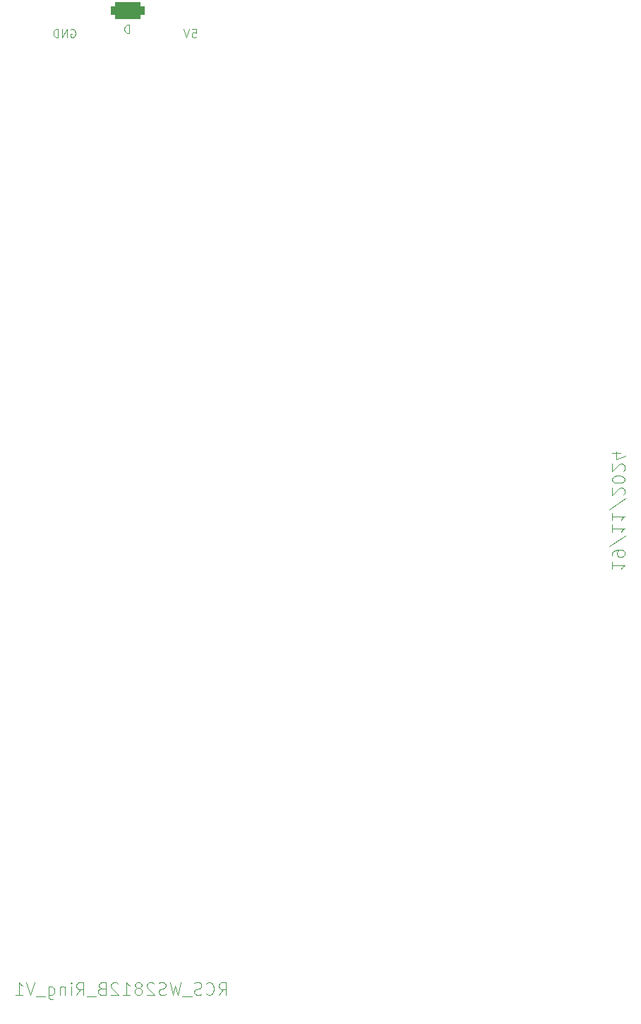
<source format=gbo>
G04 #@! TF.GenerationSoftware,KiCad,Pcbnew,8.0.4*
G04 #@! TF.CreationDate,2024-11-19T03:08:21+11:00*
G04 #@! TF.ProjectId,RCS_WS2812B_Ring,5243535f-5753-4323-9831-32425f52696e,rev?*
G04 #@! TF.SameCoordinates,Original*
G04 #@! TF.FileFunction,Legend,Bot*
G04 #@! TF.FilePolarity,Positive*
%FSLAX46Y46*%
G04 Gerber Fmt 4.6, Leading zero omitted, Abs format (unit mm)*
G04 Created by KiCad (PCBNEW 8.0.4) date 2024-11-19 03:08:21*
%MOMM*%
%LPD*%
G01*
G04 APERTURE LIST*
G04 Aperture macros list*
%AMRoundRect*
0 Rectangle with rounded corners*
0 $1 Rounding radius*
0 $2 $3 $4 $5 $6 $7 $8 $9 X,Y pos of 4 corners*
0 Add a 4 corners polygon primitive as box body*
4,1,4,$2,$3,$4,$5,$6,$7,$8,$9,$2,$3,0*
0 Add four circle primitives for the rounded corners*
1,1,$1+$1,$2,$3*
1,1,$1+$1,$4,$5*
1,1,$1+$1,$6,$7*
1,1,$1+$1,$8,$9*
0 Add four rect primitives between the rounded corners*
20,1,$1+$1,$2,$3,$4,$5,0*
20,1,$1+$1,$4,$5,$6,$7,0*
20,1,$1+$1,$6,$7,$8,$9,0*
20,1,$1+$1,$8,$9,$2,$3,0*%
G04 Aperture macros list end*
%ADD10C,0.100000*%
%ADD11C,2.200000*%
%ADD12RoundRect,0.500000X-1.500000X0.500000X-1.500000X-0.500000X1.500000X-0.500000X1.500000X0.500000X0*%
%ADD13RoundRect,0.500000X-1.421904X0.691512X-1.552430X-0.299933X1.421904X-0.691512X1.552430X0.299933X0*%
%ADD14RoundRect,0.500000X-1.552430X0.299933X-1.421904X-0.691512X1.552430X-0.299933X1.421904X0.691512X0*%
G04 APERTURE END LIST*
D10*
X58088771Y-6991353D02*
X58088771Y-7848496D01*
X58088771Y-7419925D02*
X59588771Y-7419925D01*
X59588771Y-7419925D02*
X59374485Y-7562782D01*
X59374485Y-7562782D02*
X59231628Y-7705639D01*
X59231628Y-7705639D02*
X59160200Y-7848496D01*
X58088771Y-6277068D02*
X58088771Y-5991354D01*
X58088771Y-5991354D02*
X58160200Y-5848497D01*
X58160200Y-5848497D02*
X58231628Y-5777068D01*
X58231628Y-5777068D02*
X58445914Y-5634211D01*
X58445914Y-5634211D02*
X58731628Y-5562782D01*
X58731628Y-5562782D02*
X59303057Y-5562782D01*
X59303057Y-5562782D02*
X59445914Y-5634211D01*
X59445914Y-5634211D02*
X59517342Y-5705640D01*
X59517342Y-5705640D02*
X59588771Y-5848497D01*
X59588771Y-5848497D02*
X59588771Y-6134211D01*
X59588771Y-6134211D02*
X59517342Y-6277068D01*
X59517342Y-6277068D02*
X59445914Y-6348497D01*
X59445914Y-6348497D02*
X59303057Y-6419925D01*
X59303057Y-6419925D02*
X58945914Y-6419925D01*
X58945914Y-6419925D02*
X58803057Y-6348497D01*
X58803057Y-6348497D02*
X58731628Y-6277068D01*
X58731628Y-6277068D02*
X58660200Y-6134211D01*
X58660200Y-6134211D02*
X58660200Y-5848497D01*
X58660200Y-5848497D02*
X58731628Y-5705640D01*
X58731628Y-5705640D02*
X58803057Y-5634211D01*
X58803057Y-5634211D02*
X58945914Y-5562782D01*
X59660200Y-3848497D02*
X57731628Y-5134211D01*
X58088771Y-2562782D02*
X58088771Y-3419925D01*
X58088771Y-2991354D02*
X59588771Y-2991354D01*
X59588771Y-2991354D02*
X59374485Y-3134211D01*
X59374485Y-3134211D02*
X59231628Y-3277068D01*
X59231628Y-3277068D02*
X59160200Y-3419925D01*
X58088771Y-1134211D02*
X58088771Y-1991354D01*
X58088771Y-1562783D02*
X59588771Y-1562783D01*
X59588771Y-1562783D02*
X59374485Y-1705640D01*
X59374485Y-1705640D02*
X59231628Y-1848497D01*
X59231628Y-1848497D02*
X59160200Y-1991354D01*
X59660200Y580073D02*
X57731628Y-705640D01*
X59445914Y1008645D02*
X59517342Y1080073D01*
X59517342Y1080073D02*
X59588771Y1222931D01*
X59588771Y1222931D02*
X59588771Y1580073D01*
X59588771Y1580073D02*
X59517342Y1722931D01*
X59517342Y1722931D02*
X59445914Y1794359D01*
X59445914Y1794359D02*
X59303057Y1865788D01*
X59303057Y1865788D02*
X59160200Y1865788D01*
X59160200Y1865788D02*
X58945914Y1794359D01*
X58945914Y1794359D02*
X58088771Y937216D01*
X58088771Y937216D02*
X58088771Y1865788D01*
X59588771Y2794359D02*
X59588771Y2937216D01*
X59588771Y2937216D02*
X59517342Y3080073D01*
X59517342Y3080073D02*
X59445914Y3151502D01*
X59445914Y3151502D02*
X59303057Y3222930D01*
X59303057Y3222930D02*
X59017342Y3294359D01*
X59017342Y3294359D02*
X58660200Y3294359D01*
X58660200Y3294359D02*
X58374485Y3222930D01*
X58374485Y3222930D02*
X58231628Y3151502D01*
X58231628Y3151502D02*
X58160200Y3080073D01*
X58160200Y3080073D02*
X58088771Y2937216D01*
X58088771Y2937216D02*
X58088771Y2794359D01*
X58088771Y2794359D02*
X58160200Y2651502D01*
X58160200Y2651502D02*
X58231628Y2580073D01*
X58231628Y2580073D02*
X58374485Y2508644D01*
X58374485Y2508644D02*
X58660200Y2437216D01*
X58660200Y2437216D02*
X59017342Y2437216D01*
X59017342Y2437216D02*
X59303057Y2508644D01*
X59303057Y2508644D02*
X59445914Y2580073D01*
X59445914Y2580073D02*
X59517342Y2651502D01*
X59517342Y2651502D02*
X59588771Y2794359D01*
X59445914Y3865787D02*
X59517342Y3937215D01*
X59517342Y3937215D02*
X59588771Y4080073D01*
X59588771Y4080073D02*
X59588771Y4437215D01*
X59588771Y4437215D02*
X59517342Y4580073D01*
X59517342Y4580073D02*
X59445914Y4651501D01*
X59445914Y4651501D02*
X59303057Y4722930D01*
X59303057Y4722930D02*
X59160200Y4722930D01*
X59160200Y4722930D02*
X58945914Y4651501D01*
X58945914Y4651501D02*
X58088771Y3794358D01*
X58088771Y3794358D02*
X58088771Y4722930D01*
X59088771Y6008644D02*
X58088771Y6008644D01*
X59660200Y5651501D02*
X58588771Y5294358D01*
X58588771Y5294358D02*
X58588771Y6222929D01*
X10919925Y-58911228D02*
X11419925Y-58196942D01*
X11777068Y-58911228D02*
X11777068Y-57411228D01*
X11777068Y-57411228D02*
X11205639Y-57411228D01*
X11205639Y-57411228D02*
X11062782Y-57482657D01*
X11062782Y-57482657D02*
X10991353Y-57554085D01*
X10991353Y-57554085D02*
X10919925Y-57696942D01*
X10919925Y-57696942D02*
X10919925Y-57911228D01*
X10919925Y-57911228D02*
X10991353Y-58054085D01*
X10991353Y-58054085D02*
X11062782Y-58125514D01*
X11062782Y-58125514D02*
X11205639Y-58196942D01*
X11205639Y-58196942D02*
X11777068Y-58196942D01*
X9419925Y-58768371D02*
X9491353Y-58839800D01*
X9491353Y-58839800D02*
X9705639Y-58911228D01*
X9705639Y-58911228D02*
X9848496Y-58911228D01*
X9848496Y-58911228D02*
X10062782Y-58839800D01*
X10062782Y-58839800D02*
X10205639Y-58696942D01*
X10205639Y-58696942D02*
X10277068Y-58554085D01*
X10277068Y-58554085D02*
X10348496Y-58268371D01*
X10348496Y-58268371D02*
X10348496Y-58054085D01*
X10348496Y-58054085D02*
X10277068Y-57768371D01*
X10277068Y-57768371D02*
X10205639Y-57625514D01*
X10205639Y-57625514D02*
X10062782Y-57482657D01*
X10062782Y-57482657D02*
X9848496Y-57411228D01*
X9848496Y-57411228D02*
X9705639Y-57411228D01*
X9705639Y-57411228D02*
X9491353Y-57482657D01*
X9491353Y-57482657D02*
X9419925Y-57554085D01*
X8848496Y-58839800D02*
X8634211Y-58911228D01*
X8634211Y-58911228D02*
X8277068Y-58911228D01*
X8277068Y-58911228D02*
X8134211Y-58839800D01*
X8134211Y-58839800D02*
X8062782Y-58768371D01*
X8062782Y-58768371D02*
X7991353Y-58625514D01*
X7991353Y-58625514D02*
X7991353Y-58482657D01*
X7991353Y-58482657D02*
X8062782Y-58339800D01*
X8062782Y-58339800D02*
X8134211Y-58268371D01*
X8134211Y-58268371D02*
X8277068Y-58196942D01*
X8277068Y-58196942D02*
X8562782Y-58125514D01*
X8562782Y-58125514D02*
X8705639Y-58054085D01*
X8705639Y-58054085D02*
X8777068Y-57982657D01*
X8777068Y-57982657D02*
X8848496Y-57839800D01*
X8848496Y-57839800D02*
X8848496Y-57696942D01*
X8848496Y-57696942D02*
X8777068Y-57554085D01*
X8777068Y-57554085D02*
X8705639Y-57482657D01*
X8705639Y-57482657D02*
X8562782Y-57411228D01*
X8562782Y-57411228D02*
X8205639Y-57411228D01*
X8205639Y-57411228D02*
X7991353Y-57482657D01*
X7705640Y-59054085D02*
X6562782Y-59054085D01*
X6348497Y-57411228D02*
X5991354Y-58911228D01*
X5991354Y-58911228D02*
X5705640Y-57839800D01*
X5705640Y-57839800D02*
X5419925Y-58911228D01*
X5419925Y-58911228D02*
X5062783Y-57411228D01*
X4562782Y-58839800D02*
X4348497Y-58911228D01*
X4348497Y-58911228D02*
X3991354Y-58911228D01*
X3991354Y-58911228D02*
X3848497Y-58839800D01*
X3848497Y-58839800D02*
X3777068Y-58768371D01*
X3777068Y-58768371D02*
X3705639Y-58625514D01*
X3705639Y-58625514D02*
X3705639Y-58482657D01*
X3705639Y-58482657D02*
X3777068Y-58339800D01*
X3777068Y-58339800D02*
X3848497Y-58268371D01*
X3848497Y-58268371D02*
X3991354Y-58196942D01*
X3991354Y-58196942D02*
X4277068Y-58125514D01*
X4277068Y-58125514D02*
X4419925Y-58054085D01*
X4419925Y-58054085D02*
X4491354Y-57982657D01*
X4491354Y-57982657D02*
X4562782Y-57839800D01*
X4562782Y-57839800D02*
X4562782Y-57696942D01*
X4562782Y-57696942D02*
X4491354Y-57554085D01*
X4491354Y-57554085D02*
X4419925Y-57482657D01*
X4419925Y-57482657D02*
X4277068Y-57411228D01*
X4277068Y-57411228D02*
X3919925Y-57411228D01*
X3919925Y-57411228D02*
X3705639Y-57482657D01*
X3134211Y-57554085D02*
X3062783Y-57482657D01*
X3062783Y-57482657D02*
X2919926Y-57411228D01*
X2919926Y-57411228D02*
X2562783Y-57411228D01*
X2562783Y-57411228D02*
X2419926Y-57482657D01*
X2419926Y-57482657D02*
X2348497Y-57554085D01*
X2348497Y-57554085D02*
X2277068Y-57696942D01*
X2277068Y-57696942D02*
X2277068Y-57839800D01*
X2277068Y-57839800D02*
X2348497Y-58054085D01*
X2348497Y-58054085D02*
X3205640Y-58911228D01*
X3205640Y-58911228D02*
X2277068Y-58911228D01*
X1419926Y-58054085D02*
X1562783Y-57982657D01*
X1562783Y-57982657D02*
X1634212Y-57911228D01*
X1634212Y-57911228D02*
X1705640Y-57768371D01*
X1705640Y-57768371D02*
X1705640Y-57696942D01*
X1705640Y-57696942D02*
X1634212Y-57554085D01*
X1634212Y-57554085D02*
X1562783Y-57482657D01*
X1562783Y-57482657D02*
X1419926Y-57411228D01*
X1419926Y-57411228D02*
X1134212Y-57411228D01*
X1134212Y-57411228D02*
X991355Y-57482657D01*
X991355Y-57482657D02*
X919926Y-57554085D01*
X919926Y-57554085D02*
X848497Y-57696942D01*
X848497Y-57696942D02*
X848497Y-57768371D01*
X848497Y-57768371D02*
X919926Y-57911228D01*
X919926Y-57911228D02*
X991355Y-57982657D01*
X991355Y-57982657D02*
X1134212Y-58054085D01*
X1134212Y-58054085D02*
X1419926Y-58054085D01*
X1419926Y-58054085D02*
X1562783Y-58125514D01*
X1562783Y-58125514D02*
X1634212Y-58196942D01*
X1634212Y-58196942D02*
X1705640Y-58339800D01*
X1705640Y-58339800D02*
X1705640Y-58625514D01*
X1705640Y-58625514D02*
X1634212Y-58768371D01*
X1634212Y-58768371D02*
X1562783Y-58839800D01*
X1562783Y-58839800D02*
X1419926Y-58911228D01*
X1419926Y-58911228D02*
X1134212Y-58911228D01*
X1134212Y-58911228D02*
X991355Y-58839800D01*
X991355Y-58839800D02*
X919926Y-58768371D01*
X919926Y-58768371D02*
X848497Y-58625514D01*
X848497Y-58625514D02*
X848497Y-58339800D01*
X848497Y-58339800D02*
X919926Y-58196942D01*
X919926Y-58196942D02*
X991355Y-58125514D01*
X991355Y-58125514D02*
X1134212Y-58054085D01*
X-580073Y-58911228D02*
X277069Y-58911228D01*
X-151501Y-58911228D02*
X-151501Y-57411228D01*
X-151501Y-57411228D02*
X-8644Y-57625514D01*
X-8644Y-57625514D02*
X134212Y-57768371D01*
X134212Y-57768371D02*
X277069Y-57839800D01*
X-1151501Y-57554085D02*
X-1222929Y-57482657D01*
X-1222929Y-57482657D02*
X-1365787Y-57411228D01*
X-1365787Y-57411228D02*
X-1722929Y-57411228D01*
X-1722929Y-57411228D02*
X-1865787Y-57482657D01*
X-1865787Y-57482657D02*
X-1937215Y-57554085D01*
X-1937215Y-57554085D02*
X-2008644Y-57696942D01*
X-2008644Y-57696942D02*
X-2008644Y-57839800D01*
X-2008644Y-57839800D02*
X-1937215Y-58054085D01*
X-1937215Y-58054085D02*
X-1080072Y-58911228D01*
X-1080072Y-58911228D02*
X-2008644Y-58911228D01*
X-3151500Y-58125514D02*
X-3365786Y-58196942D01*
X-3365786Y-58196942D02*
X-3437215Y-58268371D01*
X-3437215Y-58268371D02*
X-3508643Y-58411228D01*
X-3508643Y-58411228D02*
X-3508643Y-58625514D01*
X-3508643Y-58625514D02*
X-3437215Y-58768371D01*
X-3437215Y-58768371D02*
X-3365786Y-58839800D01*
X-3365786Y-58839800D02*
X-3222929Y-58911228D01*
X-3222929Y-58911228D02*
X-2651500Y-58911228D01*
X-2651500Y-58911228D02*
X-2651500Y-57411228D01*
X-2651500Y-57411228D02*
X-3151500Y-57411228D01*
X-3151500Y-57411228D02*
X-3294358Y-57482657D01*
X-3294358Y-57482657D02*
X-3365786Y-57554085D01*
X-3365786Y-57554085D02*
X-3437215Y-57696942D01*
X-3437215Y-57696942D02*
X-3437215Y-57839800D01*
X-3437215Y-57839800D02*
X-3365786Y-57982657D01*
X-3365786Y-57982657D02*
X-3294358Y-58054085D01*
X-3294358Y-58054085D02*
X-3151500Y-58125514D01*
X-3151500Y-58125514D02*
X-2651500Y-58125514D01*
X-3794358Y-59054085D02*
X-4937215Y-59054085D01*
X-6151500Y-58911228D02*
X-5651500Y-58196942D01*
X-5294357Y-58911228D02*
X-5294357Y-57411228D01*
X-5294357Y-57411228D02*
X-5865786Y-57411228D01*
X-5865786Y-57411228D02*
X-6008643Y-57482657D01*
X-6008643Y-57482657D02*
X-6080072Y-57554085D01*
X-6080072Y-57554085D02*
X-6151500Y-57696942D01*
X-6151500Y-57696942D02*
X-6151500Y-57911228D01*
X-6151500Y-57911228D02*
X-6080072Y-58054085D01*
X-6080072Y-58054085D02*
X-6008643Y-58125514D01*
X-6008643Y-58125514D02*
X-5865786Y-58196942D01*
X-5865786Y-58196942D02*
X-5294357Y-58196942D01*
X-6794357Y-58911228D02*
X-6794357Y-57911228D01*
X-6794357Y-57411228D02*
X-6722929Y-57482657D01*
X-6722929Y-57482657D02*
X-6794357Y-57554085D01*
X-6794357Y-57554085D02*
X-6865786Y-57482657D01*
X-6865786Y-57482657D02*
X-6794357Y-57411228D01*
X-6794357Y-57411228D02*
X-6794357Y-57554085D01*
X-7508643Y-57911228D02*
X-7508643Y-58911228D01*
X-7508643Y-58054085D02*
X-7580072Y-57982657D01*
X-7580072Y-57982657D02*
X-7722929Y-57911228D01*
X-7722929Y-57911228D02*
X-7937215Y-57911228D01*
X-7937215Y-57911228D02*
X-8080072Y-57982657D01*
X-8080072Y-57982657D02*
X-8151501Y-58125514D01*
X-8151501Y-58125514D02*
X-8151501Y-58911228D01*
X-9508644Y-57911228D02*
X-9508644Y-59125514D01*
X-9508644Y-59125514D02*
X-9437215Y-59268371D01*
X-9437215Y-59268371D02*
X-9365786Y-59339800D01*
X-9365786Y-59339800D02*
X-9222929Y-59411228D01*
X-9222929Y-59411228D02*
X-9008644Y-59411228D01*
X-9008644Y-59411228D02*
X-8865786Y-59339800D01*
X-9508644Y-58839800D02*
X-9365786Y-58911228D01*
X-9365786Y-58911228D02*
X-9080072Y-58911228D01*
X-9080072Y-58911228D02*
X-8937215Y-58839800D01*
X-8937215Y-58839800D02*
X-8865786Y-58768371D01*
X-8865786Y-58768371D02*
X-8794358Y-58625514D01*
X-8794358Y-58625514D02*
X-8794358Y-58196942D01*
X-8794358Y-58196942D02*
X-8865786Y-58054085D01*
X-8865786Y-58054085D02*
X-8937215Y-57982657D01*
X-8937215Y-57982657D02*
X-9080072Y-57911228D01*
X-9080072Y-57911228D02*
X-9365786Y-57911228D01*
X-9365786Y-57911228D02*
X-9508644Y-57982657D01*
X-9865787Y-59054085D02*
X-11008644Y-59054085D01*
X-11151501Y-57411228D02*
X-11651501Y-58911228D01*
X-11651501Y-58911228D02*
X-12151501Y-57411228D01*
X-13437215Y-58911228D02*
X-12580072Y-58911228D01*
X-13008643Y-58911228D02*
X-13008643Y-57411228D01*
X-13008643Y-57411228D02*
X-12865786Y-57625514D01*
X-12865786Y-57625514D02*
X-12722929Y-57768371D01*
X-12722929Y-57768371D02*
X-12580072Y-57839800D01*
X7719925Y56827580D02*
X8196115Y56827580D01*
X8196115Y56827580D02*
X8243734Y56351390D01*
X8243734Y56351390D02*
X8196115Y56399009D01*
X8196115Y56399009D02*
X8100877Y56446628D01*
X8100877Y56446628D02*
X7862782Y56446628D01*
X7862782Y56446628D02*
X7767544Y56399009D01*
X7767544Y56399009D02*
X7719925Y56351390D01*
X7719925Y56351390D02*
X7672306Y56256152D01*
X7672306Y56256152D02*
X7672306Y56018057D01*
X7672306Y56018057D02*
X7719925Y55922819D01*
X7719925Y55922819D02*
X7767544Y55875200D01*
X7767544Y55875200D02*
X7862782Y55827580D01*
X7862782Y55827580D02*
X8100877Y55827580D01*
X8100877Y55827580D02*
X8196115Y55875200D01*
X8196115Y55875200D02*
X8243734Y55922819D01*
X7386591Y56827580D02*
X7053258Y55827580D01*
X7053258Y55827580D02*
X6719925Y56827580D01*
X196115Y56327580D02*
X196115Y57327580D01*
X196115Y57327580D02*
X-41979Y57327580D01*
X-41979Y57327580D02*
X-184836Y57279961D01*
X-184836Y57279961D02*
X-280074Y57184723D01*
X-280074Y57184723D02*
X-327693Y57089485D01*
X-327693Y57089485D02*
X-375312Y56899009D01*
X-375312Y56899009D02*
X-375312Y56756152D01*
X-375312Y56756152D02*
X-327693Y56565676D01*
X-327693Y56565676D02*
X-280074Y56470438D01*
X-280074Y56470438D02*
X-184836Y56375200D01*
X-184836Y56375200D02*
X-41979Y56327580D01*
X-41979Y56327580D02*
X196115Y56327580D01*
X-6827693Y56779961D02*
X-6732455Y56827580D01*
X-6732455Y56827580D02*
X-6589598Y56827580D01*
X-6589598Y56827580D02*
X-6446741Y56779961D01*
X-6446741Y56779961D02*
X-6351503Y56684723D01*
X-6351503Y56684723D02*
X-6303884Y56589485D01*
X-6303884Y56589485D02*
X-6256265Y56399009D01*
X-6256265Y56399009D02*
X-6256265Y56256152D01*
X-6256265Y56256152D02*
X-6303884Y56065676D01*
X-6303884Y56065676D02*
X-6351503Y55970438D01*
X-6351503Y55970438D02*
X-6446741Y55875200D01*
X-6446741Y55875200D02*
X-6589598Y55827580D01*
X-6589598Y55827580D02*
X-6684836Y55827580D01*
X-6684836Y55827580D02*
X-6827693Y55875200D01*
X-6827693Y55875200D02*
X-6875312Y55922819D01*
X-6875312Y55922819D02*
X-6875312Y56256152D01*
X-6875312Y56256152D02*
X-6684836Y56256152D01*
X-7303884Y55827580D02*
X-7303884Y56827580D01*
X-7303884Y56827580D02*
X-7875312Y55827580D01*
X-7875312Y55827580D02*
X-7875312Y56827580D01*
X-8351503Y55827580D02*
X-8351503Y56827580D01*
X-8351503Y56827580D02*
X-8589598Y56827580D01*
X-8589598Y56827580D02*
X-8732455Y56779961D01*
X-8732455Y56779961D02*
X-8827693Y56684723D01*
X-8827693Y56684723D02*
X-8875312Y56589485D01*
X-8875312Y56589485D02*
X-8922931Y56399009D01*
X-8922931Y56399009D02*
X-8922931Y56256152D01*
X-8922931Y56256152D02*
X-8875312Y56065676D01*
X-8875312Y56065676D02*
X-8827693Y55970438D01*
X-8827693Y55970438D02*
X-8732455Y55875200D01*
X-8732455Y55875200D02*
X-8589598Y55827580D01*
X-8589598Y55827580D02*
X-8351503Y55827580D01*
%LPC*%
D11*
X-44734469Y-39231076D03*
X44734469Y-39231076D03*
X-44734469Y39231076D03*
X44734469Y39231076D03*
D12*
X0Y59000000D03*
D13*
X7701045Y58495247D03*
D14*
X-7701045Y58495250D03*
%LPD*%
M02*

</source>
